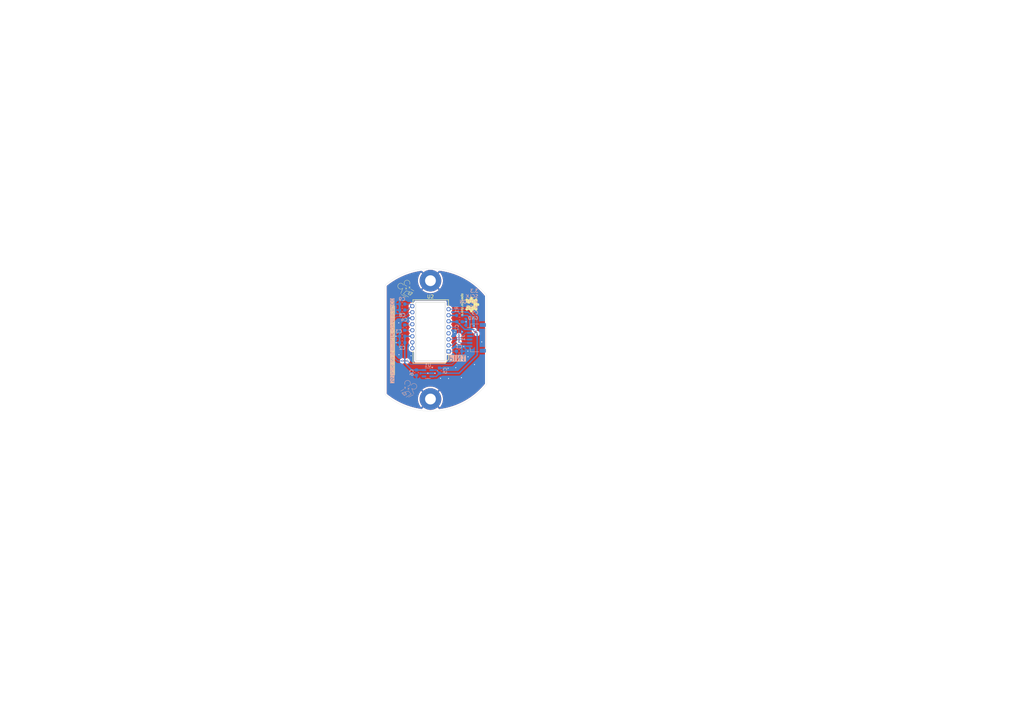
<source format=kicad_pcb>
(kicad_pcb (version 20241229) (generator "pcbnew") (generator_version "9.0")
  (title_block (title "PMW3360 JST Trackball Sensor") (date "2024-11-21") (rev "0") (company "Vincent Franco"))
  (layers (0 "F.Cu" signal) (2 "B.Cu" signal) (13 "F.Paste" user) (15 "B.Paste" user) (5 "F.SilkS" user "F.Silkscreen") (7 "B.SilkS" user "B.Silkscreen") (1 "F.Mask" user) (3 "B.Mask" user) (25 "Edge.Cuts" user))
  (net 0 "")
  (net 1 "GND")
  (net 2 "SCLK")
  (net 3 "MISO")
  (net 4 "CS")
  (net 5 "3.3V")
  (net 6 "+1V8")
  (net 7 "MOTION")
  (net 8 "Net-(U2-+VCSEL)")
  (net 9 "Net-(U2-CN)")
  (net 10 "Net-(U2-CP)")
  (net 11 "Net-(U2-VCP)")
  (net 12 "Net-(U2-NRESET)")
  (net 14 "Net-(U2--VCSEL)")
  (footprint "PMW3610:PMW3610DM-SUDU 16Pin" (layer "F.Cu") (at 127.4 97.525 -90)
    (property "Reference" "U2" (at -10 0 0) (layer "F.SilkS"))
    (property "Value" "PMW3610DM-SUDO")
    (fp_rect (start 8.968 -4.35) (end -8.332 4.35) (stroke (width 0.15)) (fill no) (layer "Edge.Cuts"))
    (pad "1" thru_hole roundrect (at 6.168 -5.35 90) (size 1.25 1.25) (drill 0.75) (layers "*.Cu" "*.Mask") (roundrect_rratio 0.15) (net 8 "Net-(U2-+VCSEL)"))
    (pad "2" thru_hole oval (at 4.388 -5.35 90) (size 1.25 1.25) (drill 0.75) (layers "*.Cu" "*.Mask") (net 3 "MISO"))
    (pad "3" thru_hole oval (at 2.608 -5.35 90) (size 1.25 1.25) (drill 0.75) (layers "*.Cu" "*.Mask") (net 2 "SCLK"))
    (pad "4" thru_hole oval (at 0.828 -5.35 90) (size 1.25 1.25) (drill 0.75) (layers "*.Cu" "*.Mask"))
    (pad "5" thru_hole oval (at -0.952 -5.35 90) (size 1.25 1.25) (drill 0.75) (layers "*.Cu" "*.Mask") (net 4 "CS"))
    (pad "6" thru_hole oval (at -2.732 -5.35 90) (size 1.25 1.25) (drill 0.75) (layers "*.Cu" "*.Mask") (net 5 "3.3V"))
    (pad "7" thru_hole oval (at -4.512 -5.35 90) (size 1.25 1.25) (drill 0.75) (layers "*.Cu" "*.Mask") (net 12 "Net-(U2-NRESET)"))
    (pad "8" thru_hole oval (at -6.292 -5.35 90) (size 1.25 1.25) (drill 0.75) (layers "*.Cu" "*.Mask") (net 7 "MOTION"))
    (pad "9" thru_hole oval (at -7.182 5.35 90) (size 1.25 1.25) (drill 0.75) (layers "*.Cu" "*.Mask") (net 11 "Net-(U2-VCP)"))
    (pad "10" thru_hole oval (at -5.402 5.35 90) (size 1.25 1.25) (drill 0.75) (layers "*.Cu" "*.Mask") (net 8 "Net-(U2-+VCSEL)"))
    (pad "11" thru_hole oval (at -3.622 5.35 90) (size 1.25 1.25) (drill 0.75) (layers "*.Cu" "*.Mask") (net 1 "GND"))
    (pad "12" thru_hole oval (at -1.842 5.35 90) (size 1.25 1.25) (drill 0.75) (layers "*.Cu" "*.Mask") (net 10 "Net-(U2-CP)"))
    (pad "13" thru_hole oval (at -0.062 5.35 90) (size 1.25 1.25) (drill 0.75) (layers "*.Cu" "*.Mask") (net 9 "Net-(U2-CN)"))
    (pad "14" thru_hole oval (at 1.718 5.35 90) (size 1.25 1.25) (drill 0.75) (layers "*.Cu" "*.Mask") (net 6 "+1V8"))
    (pad "15" thru_hole oval (at 3.498 5.35 90) (size 1.25 1.25) (drill 0.75) (layers "*.Cu" "*.Mask") (net 14 "Net-(U2--VCSEL)"))
    (pad "16" thru_hole oval (at 5.278 5.35 90) (size 1.25 1.25) (drill 0.75) (layers "*.Cu" "*.Mask") (net 14 "Net-(U2--VCSEL)"))
    (zone (net 0) (net_name "") (layers "F.Cu" "B.Cu" "F.CrtYd") (connect_pads (clearance 0)) (min_thickness 0.254)
      (keepout (tracks not_allowed) (vias not_allowed) (pads not_allowed) (copperpour not_allowed) (footprints not_allowed))
      (fill (thermal_gap 0.508) (thermal_bridge_width 0.508))
      (polygon (pts (xy 131.7688 89.1938) (xy 131.718 106.5166) (xy 123.0312 106.5166) (xy 123.0312 89.1938)))
    )
  )
  (footprint "Symbol:OSHW-Logo2_7.3x6mm_SilkScreen" (layer "F.Cu") (at 139.03 89.87 -90)
    (property "Reference" "REF**" (hide yes))
    (property "Value" "OSHW-Logo2_7.3x6mm_SilkScreen" (hide yes))
  )
  (footprint "MountingHole:MountingHole_3.2mm_M3_Pad" (layer "F.Cu") (at 127.4 117.8 180)
    (property "Reference" "H2" (hide yes))
    (property "Value" "MountingHole_Pad" (hide yes))
    (pad "1" thru_hole circle (at 0 0 180) (size 6.4 6.4) (drill 3.2) (layers "*.Cu" "*.Mask") (net 1 "GND"))
  )
  (footprint "MountingHole:MountingHole_3.2mm_M3_Pad" (layer "F.Cu") (at 127.4 82.8 180)
    (property "Reference" "H1" (hide yes))
    (property "Value" "MountingHole_Pad" (hide yes))
    (pad "1" thru_hole circle (at 0 0 180) (size 6.4 6.4) (drill 3.2) (layers "*.Cu" "*.Mask") (net 1 "GND"))
  )
  (footprint "Capacitor_SMD:C_0603_1608Metric" (layer "B.Cu") (at 119.05 89.725 180)
    (property "Reference" "C9" (at 0.05 1.475 0) (layer "B.SilkS") (effects (justify mirror)))
    (property "Value" "10n (X7R)")
    (pad "1" smd roundrect (at -0.775 0 180) (size 0.9 0.95) (layers "B.Cu" "B.Mask" "B.Paste") (net 11 "Net-(U2-VCP)"))
    (pad "2" smd roundrect (at 0.775 0 180) (size 0.9 0.95) (layers "B.Cu" "B.Mask" "B.Paste") (net 1 "GND"))
  )
  (footprint "Capacitor_SMD:C_0603_1608Metric" (layer "B.Cu") (at 136 94.95)
    (property "Reference" "C7" (at -0.775 1.75 90) (layer "B.SilkS") (effects (justify mirror)))
    (property "Value" "100n")
    (pad "1" smd roundrect (at -0.775 0) (size 0.9 0.95) (layers "B.Cu" "B.Mask" "B.Paste") (net 5 "3.3V"))
    (pad "2" smd roundrect (at 0.775 0) (size 0.9 0.95) (layers "B.Cu" "B.Mask" "B.Paste") (net 1 "GND"))
  )
  (footprint "Package_TO_SOT_SMD:SOT-23-5" (layer "B.Cu") (at 126.625 110.175 180)
    (property "Reference" "U1" (at 0 2.4 0) (layer "B.SilkS") (effects (justify mirror)))
    (property "Value" "TLV74318PDBVR")
    (pad "1" smd roundrect (at -1.1375 0.95 180) (size 1.325 0.6) (layers "B.Cu" "B.Mask" "B.Paste") (net 5 "3.3V"))
    (pad "2" smd roundrect (at -1.1375 0 180) (size 1.325 0.6) (layers "B.Cu" "B.Mask" "B.Paste") (net 1 "GND"))
    (pad "3" smd roundrect (at -1.1375 -0.95 180) (size 1.325 0.6) (layers "B.Cu" "B.Mask" "B.Paste") (net 5 "3.3V"))
    (pad "4" smd roundrect (at 1.1375 -0.95 180) (size 1.325 0.6) (layers "B.Cu" "B.Mask" "B.Paste"))
    (pad "5" smd roundrect (at 1.1375 0.95 180) (size 1.325 0.6) (layers "B.Cu" "B.Mask" "B.Paste") (net 6 "+1V8"))
  )
  (footprint "Capacitor_SMD:C_0603_1608Metric" (layer "B.Cu") (at 119.05 99.225 180)
    (property "Reference" "C3" (at 1 1.4 0) (layer "B.SilkS") (effects (justify mirror)))
    (property "Value" "3.3u/16V")
    (pad "1" smd roundrect (at -0.775 0 180) (size 0.9 0.95) (layers "B.Cu" "B.Mask" "B.Paste") (net 6 "+1V8"))
    (pad "2" smd roundrect (at 0.775 0 180) (size 0.9 0.95) (layers "B.Cu" "B.Mask" "B.Paste") (net 1 "GND"))
  )
  (footprint "Capacitor_SMD:C_0603_1608Metric" (layer "B.Cu") (at 119.05 101.125 180)
    (property "Reference" "C2" (at 0.025 -1.575 0) (layer "B.SilkS") (effects (justify mirror)))
    (property "Value" "100n")
    (pad "1" smd roundrect (at -0.775 0 180) (size 0.9 0.95) (layers "B.Cu" "B.Mask" "B.Paste") (net 6 "+1V8"))
    (pad "2" smd roundrect (at 0.775 0 180) (size 0.9 0.95) (layers "B.Cu" "B.Mask" "B.Paste") (net 1 "GND"))
  )
  (footprint "Capacitor_SMD:C_0603_1608Metric" (layer "B.Cu") (at 130.05 109.4 -90)
    (property "Reference" "C5" (at 0.025 -1.7 90) (layer "B.SilkS") (effects (justify mirror)))
    (property "Value" "1u")
    (pad "1" smd roundrect (at -0.775 0 270) (size 0.9 0.95) (layers "B.Cu" "B.Mask" "B.Paste") (net 1 "GND"))
    (pad "2" smd roundrect (at 0.775 0 270) (size 0.9 0.95) (layers "B.Cu" "B.Mask" "B.Paste") (net 5 "3.3V"))
  )
  (footprint "Connector_JST:JST_SH_SM06B-SRSS-TB_1x06-1MP_P1.00mm_Horizontal" (layer "B.Cu") (at 141 99.7 -90)
    (property "Reference" "J1" (at 0 3.98 90) (layer "B.SilkS") (effects (justify mirror)))
    (property "Value" "SM06B-SRSS-TB(LF)(SN)")
    (pad "1" smd roundrect (at -2.5 2 270) (size 0.6 1.55) (layers "B.Cu" "B.Mask" "B.Paste") (net 5 "3.3V"))
    (pad "2" smd roundrect (at -1.5 2 270) (size 0.6 1.55) (layers "B.Cu" "B.Mask" "B.Paste") (net 2 "SCLK"))
    (pad "3" smd roundrect (at -0.5 2 270) (size 0.6 1.55) (layers "B.Cu" "B.Mask" "B.Paste") (net 7 "MOTION"))
    (pad "4" smd roundrect (at 0.5 2 270) (size 0.6 1.55) (layers "B.Cu" "B.Mask" "B.Paste") (net 3 "MISO"))
    (pad "5" smd roundrect (at 1.5 2 270) (size 0.6 1.55) (layers "B.Cu" "B.Mask" "B.Paste") (net 4 "CS"))
    (pad "6" smd roundrect (at 2.5 2 270) (size 0.6 1.55) (layers "B.Cu" "B.Mask" "B.Paste") (net 1 "GND"))
    (pad "MP" smd roundrect (at -3.8 -1.875 270) (size 1.2 1.8) (layers "B.Cu" "B.Mask" "B.Paste") (roundrect_rratio 0.208333))
    (pad "MP" smd roundrect (at 3.8 -1.875 270) (size 1.2 1.8) (layers "B.Cu" "B.Mask" "B.Paste") (roundrect_rratio 0.208333))
  )
  (footprint "Capacitor_SMD:C_0603_1608Metric" (layer "B.Cu") (at 119.8 96.675 90)
    (property "Reference" "C4" (at 2.325 -0.15 180) (layer "B.SilkS") (effects (justify mirror)))
    (property "Value" "100n (X7R)")
    (pad "1" smd roundrect (at -0.775 0 90) (size 0.9 0.95) (layers "B.Cu" "B.Mask" "B.Paste") (net 9 "Net-(U2-CN)"))
    (pad "2" smd roundrect (at 0.775 0 90) (size 0.9 0.95) (layers "B.Cu" "B.Mask" "B.Paste") (net 10 "Net-(U2-CP)"))
  )
  (footprint "Capacitor_SMD:C_0603_1608Metric" (layer "B.Cu") (at 135.875 103.65)
    (property "Reference" "C1" (at -0.05 -1.35 0) (layer "B.SilkS") (effects (justify mirror)))
    (property "Value" "10n")
    (pad "1" smd roundrect (at -0.775 0) (size 0.9 0.95) (layers "B.Cu" "B.Mask" "B.Paste") (net 8 "Net-(U2-+VCSEL)"))
    (pad "2" smd roundrect (at 0.775 0) (size 0.9 0.95) (layers "B.Cu" "B.Mask" "B.Paste") (net 1 "GND"))
  )
  (footprint "Capacitor_SMD:C_0603_1608Metric" (layer "B.Cu") (at 119.05 91.475 180)
    (property "Reference" "C8" (at -0.025 -1.525 0) (layer "B.SilkS") (effects (justify mirror)))
    (property "Value" "10u (X7R)")
    (pad "1" smd roundrect (at -0.775 0 180) (size 0.9 0.95) (layers "B.Cu" "B.Mask" "B.Paste") (net 11 "Net-(U2-VCP)"))
    (pad "2" smd roundrect (at 0.775 0 180) (size 0.9 0.95) (layers "B.Cu" "B.Mask" "B.Paste") (net 1 "GND"))
  )
  (footprint "Resistor_SMD:R_0603_1608Metric" (layer "B.Cu") (at 135.975 93.075)
    (property "Reference" "R1" (at -0.825 -1.725 90) (layer "B.SilkS") (effects (justify mirror)))
    (property "Value" "2M")
    (pad "1" smd roundrect (at -0.825 0) (size 0.8 0.95) (layers "B.Cu" "B.Mask" "B.Paste") (net 12 "Net-(U2-NRESET)"))
    (pad "2" smd roundrect (at 0.825 0) (size 0.8 0.95) (layers "B.Cu" "B.Mask" "B.Paste") (net 5 "3.3V"))
  )
  (footprint "Capacitor_SMD:C_0603_1608Metric" (layer "B.Cu") (at 123.275 109.975 -90)
    (property "Reference" "C6" (at 0 1.43 90) (layer "B.SilkS") (effects (justify mirror)))
    (property "Value" "1u")
    (pad "1" smd roundrect (at -0.775 0 270) (size 0.9 0.95) (layers "B.Cu" "B.Mask" "B.Paste") (net 6 "+1V8"))
    (pad "2" smd roundrect (at 0.775 0 270) (size 0.9 0.95) (layers "B.Cu" "B.Mask" "B.Paste") (net 1 "GND"))
  )
  (gr_line (start 119.962132 84.912132) (end 120.462132 85.312132) (stroke (width 0.1)) (layer "F.SilkS"))
  (gr_line (start 121.362132 84.512132) (end 121.062132 85.112132) (stroke (width 0.1)) (layer "F.SilkS"))
  (gr_line (start 120.962132 84.612132) (end 121.462132 85.012132) (stroke (width 0.1)) (layer "F.SilkS"))
  (gr_line (start 120.212132 85.812132) (end 119.412132 86.712132) (stroke (width 0.1)) (layer "F.SilkS"))
  (gr_poly (pts (xy 120.787868 86.587868) (xy 121.1 86.2) (xy 121.3 86.3) (xy 120.9 87)) (stroke (width 0.1)) (fill no) (layer "F.SilkS"))
  (gr_arc (start 119.216285 85.016284) (mid 117.777098 84.231256) (end 119.412132 84.112132) (stroke (width 0.1)) (layer "F.SilkS"))
  (gr_line (start 119.412132 86.712132) (end 120.912132 87.612132) (stroke (width 0.1)) (layer "F.SilkS"))
  (gr_poly (pts (xy 121.5 87.1) (xy 121.2 87.1) (xy 121.8 86.4) (xy 122.1 86.5)) (stroke (width 0.1)) (fill no) (layer "F.SilkS"))
  (gr_line (start 118.812132 86.912132) (end 120.212132 87.612132) (stroke (width 0.1)) (layer "F.SilkS"))
  (gr_line (start 122.212132 86.312132) (end 120.212132 85.812132) (stroke (width 0.1)) (layer "F.SilkS"))
  (gr_line (start 121.6 85.3) (end 122.512132 85.812132) (stroke (width 0.1)) (layer "F.SilkS"))
  (gr_line (start 119.212132 85.112132) (end 118.612132 86.612132) (stroke (width 0.1)) (layer "F.SilkS"))
  (gr_arc (start 120.474692 84.366533) (mid 120.012132 82.793775) (end 121.252509 83.865686) (stroke (width 0.1)) (layer "F.SilkS"))
  (gr_line (start 120.362132 84.812132) (end 120.062132 85.412132) (stroke (width 0.1)) (layer "F.SilkS"))
  (gr_line (start 118.6 115.45) (end 119.512132 114.937868) (stroke (width 0.1)) (layer "B.SilkS"))
  (gr_line (start 119.65 114.65) (end 120.15 114.25) (stroke (width 0.1)) (layer "B.SilkS"))
  (gr_line (start 120.9 117.25) (end 122.3 116.55) (stroke (width 0.1)) (layer "B.SilkS"))
  (gr_poly (pts (xy 119.612133 116.737868) (xy 119.912133 116.737868) (xy 119.312132 116.037868) (xy 119.012132 116.137867)) (stroke (width 0.1)) (fill no) (layer "B.SilkS"))
  (gr_arc (start 119.859623 113.503555) (mid 121.1 112.431643) (end 120.63744 114.004401) (stroke (width 0.1)) (layer "B.SilkS"))
  (gr_line (start 120.9 115.45) (end 118.9 115.95) (stroke (width 0.1)) (layer "B.SilkS"))
  (gr_line (start 121.05 115.05) (end 120.75 114.45) (stroke (width 0.1)) (layer "B.SilkS"))
  (gr_line (start 120.65 114.949999) (end 121.15 114.55) (stroke (width 0.1)) (layer "B.SilkS"))
  (gr_poly (pts (xy 120.324264 116.225736) (xy 120.012132 115.837868) (xy 119.812131 115.937868) (xy 120.212132 116.637868)) (stroke (width 0.1)) (fill no) (layer "B.SilkS"))
  (gr_line (start 120.05 114.75) (end 119.75 114.15) (stroke (width 0.1)) (layer "B.SilkS"))
  (gr_arc (start 121.7 113.75) (mid 123.335033 113.869124) (end 121.895847 114.654152) (stroke (width 0.1)) (layer "B.SilkS"))
  (gr_line (start 120.2 117.25) (end 121.7 116.35) (stroke (width 0.1)) (layer "B.SilkS"))
  (gr_line (start 122.5 116.25) (end 121.9 114.750001) (stroke (width 0.1)) (layer "B.SilkS"))
  (gr_line (start 121.7 116.35) (end 120.9 115.45) (stroke (width 0.1)) (layer "B.SilkS"))
  (gr_arc (start 114 84.1) (mid 129.657951 79.323031) (end 144.01542 87.187758) (stroke (width 0.05)) (layer "Edge.Cuts"))
  (gr_line (start 114 84.1) (end 114 116.5) (stroke (width 0.05)) (layer "Edge.Cuts"))
  (gr_arc (start 144.01542 113.412242) (mid 129.657951 121.276969) (end 114 116.5) (stroke (width 0.05)) (layer "Edge.Cuts"))
  (gr_line (start 144.01542 87.187758) (end 144.01542 113.412242) (stroke (width 0.05)) (layer "Edge.Cuts"))
  (gr_text "DESIGNED WITH <3 IN MKE" (at 115.57 90.1 -90) (layer "F.SilkS" knockout) (effects (font (size 1 1)) (justify left bottom)))
  (gr_text "3.3\nSCLK\nMOTION\nMISO\nCS\nGND" (at 141.625 94.45 0) (layer "B.SilkS") (effects (font (size 1 1)) (justify left bottom mirror)))
  (gr_text "PIN1" (at 132.625 104.8 180) (layer "B.SilkS" knockout) (effects (font (size 1.5 1.5)) (justify left bottom mirror)))
  (gr_text "3610 REV0.3 - VINCENT FRANCO" (at 115.475 113.175 270) (layer "B.SilkS" knockout) (effects (font (size 1 1) (thickness 0.1)) (justify left bottom mirror)))
  (via (at 137.225 102.25) (size 0.6) (drill 0.3) (layers "F.Cu" "B.Cu") (net 1))
  (via (at 128.725 110.175) (size 0.6) (drill 0.3) (layers "F.Cu" "B.Cu") (net 1))
  (via (at 118.1 104.675) (size 0.6) (drill 0.3) (layers "F.Cu" "B.Cu") (net 1))
  (via (at 133.45 106.275) (size 0.6) (drill 0.3) (layers "F.Cu" "B.Cu") (net 1))
  (via (at 134.575 98.075) (size 0.6) (drill 0.3) (layers "F.Cu" "B.Cu") (net 1))
  (via (at 138.45 103.625) (size 0.6) (drill 0.3) (layers "F.Cu" "B.Cu") (net 1))
  (via (at 140.275 96.15) (size 0.6) (drill 0.3) (layers "F.Cu" "B.Cu") (net 1))
  (via (at 136.75 106.3) (size 0.6) (drill 0.3) (layers "F.Cu" "B.Cu") (net 1))
  (via (at 118.025 95.275) (size 0.6) (drill 0.3) (layers "F.Cu" "B.Cu") (net 1))
  (via (at 121.675 105) (size 0.6) (drill 0.3) (layers "F.Cu" "B.Cu") (net 1))
  (via (at 126.625 110.175) (size 0.6) (drill 0.3) (layers "F.Cu" "B.Cu") (net 1))
  (via (at 142.55 100.9) (size 0.6) (drill 0.3) (layers "F.Cu" "B.Cu") (net 1))
  (via (at 138.5 105.298538) (size 0.6) (drill 0.3) (layers "F.Cu" "B.Cu") (net 1))
  (via (at 117.2 99.225) (size 0.6) (drill 0.3) (layers "F.Cu" "B.Cu") (net 1))
  (via (at 117.25 101.125) (size 0.6) (drill 0.3) (layers "F.Cu" "B.Cu") (net 1))
  (via (at 137.925 94.95) (size 0.6) (drill 0.3) (layers "F.Cu" "B.Cu") (net 1))
  (via (at 134.875 108.525) (size 0.6) (drill 0.3) (layers "F.Cu" "B.Cu") (net 1))
  (via (at 130.375 111.675) (size 0.6) (drill 0.3) (layers "F.Cu" "B.Cu") (net 1))
  (via (at 140.4 107.6) (size 0.6) (drill 0.3) (layers "F.Cu" "B.Cu") (net 1))
  (via (at 135.125 101.775) (size 0.6) (drill 0.3) (layers "F.Cu" "B.Cu") (net 1))
  (via (at 132.625 108.675) (size 0.6) (drill 0.3) (layers "F.Cu" "B.Cu") (net 1))
  (via (at 136.55 111.475) (size 0.6) (drill 0.3) (layers "F.Cu" "B.Cu") (net 1))
  (via (at 136.75 97.9) (size 0.6) (drill 0.3) (layers "F.Cu" "B.Cu") (net 1))
  (via (at 132.75 111.725) (size 0.6) (drill 0.3) (layers "F.Cu" "B.Cu") (net 1))
  (segment (start 118.275 99.225) (end 117.2 99.225) (width 0.4) (layer "B.Cu") (net 1))
  (segment (start 136.775 94.95) (end 137.925 94.95) (width 0.4) (layer "B.Cu") (net 1))
  (segment (start 127.7625 110.175) (end 126.625 110.175) (width 0.4) (layer "B.Cu") (net 1))
  (segment (start 118.275 101.125) (end 117.25 101.125) (width 0.4) (layer "B.Cu") (net 1))
  (segment (start 127.7625 110.175) (end 128.725 110.175) (width 0.4) (layer "B.Cu") (net 1))
  (segment (start 136.35 99.675) (end 135.218426 99.675) (width 0.2) (layer "B.Cu") (net 2))
  (segment (start 134.768426 100.125) (end 132.758 100.125) (width 0.2) (layer "B.Cu") (net 2))
  (segment (start 137.825 98.2) (end 136.35 99.675) (width 0.2) (layer "B.Cu") (net 2))
  (segment (start 135.218426 99.675) (end 134.768426 100.125) (width 0.2) (layer "B.Cu") (net 2))
  (segment (start 132.758 100.125) (end 132.75 100.133) (width 0.2) (layer "B.Cu") (net 2))
  (segment (start 139 98.2) (end 137.825 98.2) (width 0.2) (layer "B.Cu") (net 2))
  (segment (start 135.45 100.2) (end 133.737 101.913) (width 0.2) (layer "B.Cu") (net 3))
  (segment (start 133.737 101.913) (end 132.75 101.913) (width 0.2) (layer "B.Cu") (net 3))
  (segment (start 139 100.2) (end 135.45 100.2) (width 0.2) (layer "B.Cu") (net 3))
  (segment (start 135.85 99.1) (end 135.8 99.05) (width 0.2) (layer "F.Cu") (net 4))
  (segment (start 135.85 100.8) (end 135.85 99.1) (width 0.2) (layer "F.Cu") (net 4))
  (via (at 135.85 100.8) (size 0.6) (drill 0.3) (layers "F.Cu" "B.Cu") (net 4))
  (via (at 135.8 99.05) (size 0.6) (drill 0.3) (layers "F.Cu" "B.Cu") (net 4))
  (segment (start 135.8 97.225) (end 135.148 96.573) (width 0.2) (layer "B.Cu") (net 4))
  (segment (start 135.148 96.573) (end 132.75 96.573) (width 0.2) (layer "B.Cu") (net 4))
  (segment (start 135.8 99.05) (end 135.8 97.225) (width 0.2) (layer "B.Cu") (net 4))
  (segment (start 136.25 101.2) (end 135.85 100.8) (width 0.2) (layer "B.Cu") (net 4))
  (segment (start 139 101.2) (end 136.25 101.2) (width 0.2) (layer "B.Cu") (net 4))
  (segment (start 140.345619 97.620619) (end 141.149265 98.424265) (width 0.4) (layer "F.Cu") (net 5))
  (segment (start 140.345619 97.530852) (end 140.345619 97.620619) (width 0.4) (layer "F.Cu") (net 5))
  (via (at 140.345619 97.530852) (size 0.6) (drill 0.3) (layers "F.Cu" "B.Cu") (net 5))
  (via (at 141.149265 98.424265) (size 0.6) (drill 0.3) (layers "F.Cu" "B.Cu") (net 5))
  (segment (start 138.3 93.075) (end 136.8 93.075) (width 0.4) (layer "B.Cu") (net 5))
  (segment (start 140.014767 97.2) (end 140.345619 97.530852) (width 0.4) (layer "B.Cu") (net 5))
  (segment (start 135.225 94.95) (end 132.907 94.95) (width 0.4) (layer "B.Cu") (net 5))
  (segment (start 137.475 97.2) (end 135.225 94.95) (width 0.4) (layer "B.Cu") (net 5))
  (segment (start 139 97.2) (end 137.475 97.2) (width 0.4) (layer "B.Cu") (net 5))
  (segment (start 141.203111 104.821889) (end 135.85 110.175) (width 0.4) (layer "B.Cu") (net 5))
  (segment (start 129.1 111.125) (end 130.05 110.175) (width 0.4) (layer "B.Cu") (net 5))
  (segment (start 139 93.775) (end 138.3 93.075) (width 0.4) (layer "B.Cu") (net 5))
  (segment (start 129.1 109.225) (end 130.05 110.175) (width 0.4) (layer "B.Cu") (net 5))
  (segment (start 132.907 94.95) (end 132.75 94.793) (width 0.4) (layer "B.Cu") (net 5))
  (segment (start 141.149265 98.424265) (end 141.203111 98.478111) (width 0.4) (layer "B.Cu") (net 5))
  (segment (start 127.7625 109.225) (end 129.1 109.225) (width 0.4) (layer "B.Cu") (net 5))
  (segment (start 127.7625 111.125) (end 129.1 111.125) (width 0.4) (layer "B.Cu") (net 5))
  (segment (start 139 97.2) (end 140.014767 97.2) (width 0.4) (layer "B.Cu") (net 5))
  (segment (start 141.203111 98.478111) (end 141.203111 104.821889) (width 0.4) (layer "B.Cu") (net 5))
  (segment (start 139 97.2) (end 139 93.775) (width 0.4) (layer "B.Cu") (net 5))
  (segment (start 135.85 110.175) (end 130.05 110.175) (width 0.4) (layer "B.Cu") (net 5))
  (segment (start 123.275 109.2) (end 121.9 109.2) (width 0.4) (layer "B.Cu") (net 6))
  (segment (start 125.4875 109.225) (end 123.3 109.225) (width 0.4) (layer "B.Cu") (net 6))
  (segment (start 119.825 99.225) (end 119.825 101.125) (width 0.4) (layer "B.Cu") (net 6))
  (segment (start 119.825 107.125) (end 119.825 101.125) (width 0.4) (layer "B.Cu") (net 6))
  (segment (start 121.9 109.2) (end 119.825 107.125) (width 0.4) (layer "B.Cu") (net 6))
  (segment (start 123.3 109.225) (end 123.275 109.2) (width 0.4) (layer "B.Cu") (net 6))
  (segment (start 122.032 99.225) (end 122.05 99.243) (width 0.4) (layer "B.Cu") (net 6))
  (segment (start 119.825 99.225) (end 122.032 99.225) (width 0.4) (layer "B.Cu") (net 6))
  (segment (start 141.125 93.675) (end 138.683 91.233) (width 0.2) (layer "B.Cu") (net 7))
  (segment (start 141.125 97.6) (end 141.125 93.675) (width 0.2) (layer "B.Cu") (net 7))
  (segment (start 140.05 99.2) (end 140.375 98.875) (width 0.2) (layer "B.Cu") (net 7))
  (segment (start 140.375 98.35) (end 141.125 97.6) (width 0.2) (layer "B.Cu") (net 7))
  (segment (start 139 99.2) (end 140.05 99.2) (width 0.2) (layer "B.Cu") (net 7))
  (segment (start 138.683 91.233) (end 132.75 91.233) (width 0.2) (layer "B.Cu") (net 7))
  (segment (start 140.375 98.875) (end 140.375 98.35) (width 0.2) (layer "B.Cu") (net 7))
  (segment (start 119.125 106.525) (end 120.525 106.525) (width 0.2) (layer "F.Cu") (net 8))
  (via (at 119.125 106.525) (size 0.6) (drill 0.3) (layers "F.Cu" "B.Cu") (net 8))
  (via (at 120.525 106.525) (size 0.6) (drill 0.3) (layers "F.Cu" "B.Cu") (net 8))
  (segment (start 135.1 106.15) (end 135.1 103.65) (width 0.2) (layer "B.Cu") (net 8))
  (segment (start 119.125 106.525) (end 117.75 106.525) (width 0.2) (layer "B.Cu") (net 8))
  (segment (start 121.6 107.55) (end 133.7 107.55) (width 0.2) (layer "B.Cu") (net 8))
  (segment (start 133.7 107.55) (end 135.1 106.15) (width 0.2) (layer "B.Cu") (net 8))
  (segment (start 121.227 92.123) (end 122.05 92.123) (width 0.2) (layer "B.Cu") (net 8))
  (segment (start 135.025 103.65) (end 132.793 103.65) (width 0.2) (layer "B.Cu") (net 8))
  (segment (start 117.75 106.525) (end 116.175 104.95) (width 0.2) (layer "B.Cu") (net 8))
  (segment (start 116.175 94.55) (end 117.375 93.35) (width 0.2) (layer "B.Cu") (net 8))
  (segment (start 117.375 93.35) (end 120 93.35) (width 0.2) (layer "B.Cu") (net 8))
  (segment (start 120.575 106.525) (end 121.6 107.55) (width 0.2) (layer "B.Cu") (net 8))
  (segment (start 116.175 104.95) (end 116.175 94.55) (width 0.2) (layer "B.Cu") (net 8))
  (segment (start 120 93.35) (end 121.227 92.123) (width 0.2) (layer "B.Cu") (net 8))
  (segment (start 120.525 106.525) (end 120.575 106.525) (width 0.2) (layer "B.Cu") (net 8))
  (segment (start 132.793 103.65) (end 132.75 103.693) (width 0.2) (layer "B.Cu") (net 8))
  (segment (start 119.8 97.45) (end 122.037 97.45) (width 0.2) (layer "B.Cu") (net 9))
  (segment (start 122.037 97.45) (end 122.05 97.463) (width 0.2) (layer "B.Cu") (net 9))
  (segment (start 119.8 95.9) (end 121.833 95.9) (width 0.2) (layer "B.Cu") (net 10))
  (segment (start 121.833 95.9) (end 122.05 95.683) (width 0.2) (layer "B.Cu") (net 10))
  (segment (start 121.682 90.343) (end 122.05 90.343) (width 0.2) (layer "B.Cu") (net 11))
  (segment (start 121.432 89.725) (end 122.05 90.343) (width 0.2) (layer "B.Cu") (net 11))
  (segment (start 120.55 91.475) (end 121.682 90.343) (width 0.2) (layer "B.Cu") (net 11))
  (segment (start 119.825 89.725) (end 121.432 89.725) (width 0.2) (layer "B.Cu") (net 11))
  (segment (start 119.825 91.475) (end 120.55 91.475) (width 0.2) (layer "B.Cu") (net 11))
  (segment (start 135.15 93.075) (end 132.812 93.075) (width 0.4) (layer "B.Cu") (net 12))
  (segment (start 132.812 93.075) (end 132.75 93.013) (width 0.4) (layer "B.Cu") (net 12))
  (segment (start 122.05 102.803) (end 122.05 101.023) (width 0.2) (layer "B.Cu") (net 14))
  (zone (net 1) (net_name "GND") (layer "F.Cu") (connect_pads (clearance 0.5)) (min_thickness 0.25) (fill yes (thermal_gap 0.5) (thermal_bridge_width 0.5))
    (polygon (pts (xy 0.2 0.2) (xy 297.2 0.2) (xy 296.8 209.9) (xy 0.2 211.2) (xy 0.7 -0.2)))
  )
  (zone (net 1) (net_name "GND") (layer "B.Cu") (priority 1) (connect_pads (clearance 0.5)) (min_thickness 0.25) (fill yes (thermal_gap 0.5) (thermal_bridge_width 0.5))
    (polygon (pts (xy 0.7 -0.2) (xy 302.8 0.7) (xy 296.8 209.9) (xy 0.2 211.2) (xy 0.2 0.2)))
  )
)
</source>
